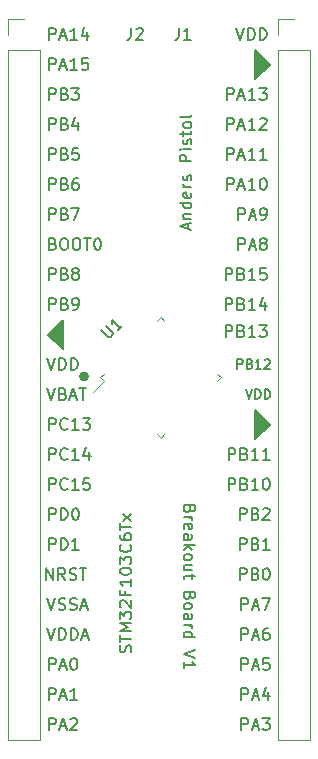
<source format=gbr>
%TF.GenerationSoftware,KiCad,Pcbnew,6.0.4-6f826c9f35~116~ubuntu21.10.1*%
%TF.CreationDate,2022-04-23T22:39:38+02:00*%
%TF.ProjectId,stm32f breakout,73746d33-3266-4206-9272-65616b6f7574,rev?*%
%TF.SameCoordinates,Original*%
%TF.FileFunction,Legend,Top*%
%TF.FilePolarity,Positive*%
%FSLAX46Y46*%
G04 Gerber Fmt 4.6, Leading zero omitted, Abs format (unit mm)*
G04 Created by KiCad (PCBNEW 6.0.4-6f826c9f35~116~ubuntu21.10.1) date 2022-04-23 22:39:38*
%MOMM*%
%LPD*%
G01*
G04 APERTURE LIST*
%ADD10C,0.150000*%
%ADD11C,0.434210*%
%ADD12C,0.120000*%
G04 APERTURE END LIST*
D10*
X139263428Y-109784380D02*
X139215809Y-109927238D01*
X139168190Y-109974857D01*
X139072952Y-110022476D01*
X138930095Y-110022476D01*
X138834857Y-109974857D01*
X138787238Y-109927238D01*
X138739619Y-109832000D01*
X138739619Y-109451047D01*
X139739619Y-109451047D01*
X139739619Y-109784380D01*
X139692000Y-109879619D01*
X139644380Y-109927238D01*
X139549142Y-109974857D01*
X139453904Y-109974857D01*
X139358666Y-109927238D01*
X139311047Y-109879619D01*
X139263428Y-109784380D01*
X139263428Y-109451047D01*
X138739619Y-110451047D02*
X139406285Y-110451047D01*
X139215809Y-110451047D02*
X139311047Y-110498666D01*
X139358666Y-110546285D01*
X139406285Y-110641523D01*
X139406285Y-110736761D01*
X138787238Y-111451047D02*
X138739619Y-111355809D01*
X138739619Y-111165333D01*
X138787238Y-111070095D01*
X138882476Y-111022476D01*
X139263428Y-111022476D01*
X139358666Y-111070095D01*
X139406285Y-111165333D01*
X139406285Y-111355809D01*
X139358666Y-111451047D01*
X139263428Y-111498666D01*
X139168190Y-111498666D01*
X139072952Y-111022476D01*
X138739619Y-112355809D02*
X139263428Y-112355809D01*
X139358666Y-112308190D01*
X139406285Y-112212952D01*
X139406285Y-112022476D01*
X139358666Y-111927238D01*
X138787238Y-112355809D02*
X138739619Y-112260571D01*
X138739619Y-112022476D01*
X138787238Y-111927238D01*
X138882476Y-111879619D01*
X138977714Y-111879619D01*
X139072952Y-111927238D01*
X139120571Y-112022476D01*
X139120571Y-112260571D01*
X139168190Y-112355809D01*
X138739619Y-112832000D02*
X139739619Y-112832000D01*
X139120571Y-112927238D02*
X138739619Y-113212952D01*
X139406285Y-113212952D02*
X139025333Y-112832000D01*
X138739619Y-113784380D02*
X138787238Y-113689142D01*
X138834857Y-113641523D01*
X138930095Y-113593904D01*
X139215809Y-113593904D01*
X139311047Y-113641523D01*
X139358666Y-113689142D01*
X139406285Y-113784380D01*
X139406285Y-113927238D01*
X139358666Y-114022476D01*
X139311047Y-114070095D01*
X139215809Y-114117714D01*
X138930095Y-114117714D01*
X138834857Y-114070095D01*
X138787238Y-114022476D01*
X138739619Y-113927238D01*
X138739619Y-113784380D01*
X139406285Y-114974857D02*
X138739619Y-114974857D01*
X139406285Y-114546285D02*
X138882476Y-114546285D01*
X138787238Y-114593904D01*
X138739619Y-114689142D01*
X138739619Y-114832000D01*
X138787238Y-114927238D01*
X138834857Y-114974857D01*
X139406285Y-115308190D02*
X139406285Y-115689142D01*
X139739619Y-115451047D02*
X138882476Y-115451047D01*
X138787238Y-115498666D01*
X138739619Y-115593904D01*
X138739619Y-115689142D01*
X139263428Y-117117714D02*
X139215809Y-117260571D01*
X139168190Y-117308190D01*
X139072952Y-117355809D01*
X138930095Y-117355809D01*
X138834857Y-117308190D01*
X138787238Y-117260571D01*
X138739619Y-117165333D01*
X138739619Y-116784380D01*
X139739619Y-116784380D01*
X139739619Y-117117714D01*
X139692000Y-117212952D01*
X139644380Y-117260571D01*
X139549142Y-117308190D01*
X139453904Y-117308190D01*
X139358666Y-117260571D01*
X139311047Y-117212952D01*
X139263428Y-117117714D01*
X139263428Y-116784380D01*
X138739619Y-117927238D02*
X138787238Y-117832000D01*
X138834857Y-117784380D01*
X138930095Y-117736761D01*
X139215809Y-117736761D01*
X139311047Y-117784380D01*
X139358666Y-117832000D01*
X139406285Y-117927238D01*
X139406285Y-118070095D01*
X139358666Y-118165333D01*
X139311047Y-118212952D01*
X139215809Y-118260571D01*
X138930095Y-118260571D01*
X138834857Y-118212952D01*
X138787238Y-118165333D01*
X138739619Y-118070095D01*
X138739619Y-117927238D01*
X138739619Y-119117714D02*
X139263428Y-119117714D01*
X139358666Y-119070095D01*
X139406285Y-118974857D01*
X139406285Y-118784380D01*
X139358666Y-118689142D01*
X138787238Y-119117714D02*
X138739619Y-119022476D01*
X138739619Y-118784380D01*
X138787238Y-118689142D01*
X138882476Y-118641523D01*
X138977714Y-118641523D01*
X139072952Y-118689142D01*
X139120571Y-118784380D01*
X139120571Y-119022476D01*
X139168190Y-119117714D01*
X138739619Y-119593904D02*
X139406285Y-119593904D01*
X139215809Y-119593904D02*
X139311047Y-119641523D01*
X139358666Y-119689142D01*
X139406285Y-119784380D01*
X139406285Y-119879619D01*
X138739619Y-120641523D02*
X139739619Y-120641523D01*
X138787238Y-120641523D02*
X138739619Y-120546285D01*
X138739619Y-120355809D01*
X138787238Y-120260571D01*
X138834857Y-120212952D01*
X138930095Y-120165333D01*
X139215809Y-120165333D01*
X139311047Y-120212952D01*
X139358666Y-120260571D01*
X139406285Y-120355809D01*
X139406285Y-120546285D01*
X139358666Y-120641523D01*
X139739619Y-121736761D02*
X138739619Y-122070095D01*
X139739619Y-122403428D01*
X138739619Y-123260571D02*
X138739619Y-122689142D01*
X138739619Y-122974857D02*
X139739619Y-122974857D01*
X139596761Y-122879619D01*
X139501523Y-122784380D01*
X139453904Y-122689142D01*
X134262761Y-121887523D02*
X134310380Y-121744666D01*
X134310380Y-121506571D01*
X134262761Y-121411333D01*
X134215142Y-121363714D01*
X134119904Y-121316095D01*
X134024666Y-121316095D01*
X133929428Y-121363714D01*
X133881809Y-121411333D01*
X133834190Y-121506571D01*
X133786571Y-121697047D01*
X133738952Y-121792285D01*
X133691333Y-121839904D01*
X133596095Y-121887523D01*
X133500857Y-121887523D01*
X133405619Y-121839904D01*
X133358000Y-121792285D01*
X133310380Y-121697047D01*
X133310380Y-121458952D01*
X133358000Y-121316095D01*
X133310380Y-121030380D02*
X133310380Y-120458952D01*
X134310380Y-120744666D02*
X133310380Y-120744666D01*
X134310380Y-120125619D02*
X133310380Y-120125619D01*
X134024666Y-119792285D01*
X133310380Y-119458952D01*
X134310380Y-119458952D01*
X133310380Y-119078000D02*
X133310380Y-118458952D01*
X133691333Y-118792285D01*
X133691333Y-118649428D01*
X133738952Y-118554190D01*
X133786571Y-118506571D01*
X133881809Y-118458952D01*
X134119904Y-118458952D01*
X134215142Y-118506571D01*
X134262761Y-118554190D01*
X134310380Y-118649428D01*
X134310380Y-118935142D01*
X134262761Y-119030380D01*
X134215142Y-119078000D01*
X133405619Y-118078000D02*
X133358000Y-118030380D01*
X133310380Y-117935142D01*
X133310380Y-117697047D01*
X133358000Y-117601809D01*
X133405619Y-117554190D01*
X133500857Y-117506571D01*
X133596095Y-117506571D01*
X133738952Y-117554190D01*
X134310380Y-118125619D01*
X134310380Y-117506571D01*
X133786571Y-116744666D02*
X133786571Y-117078000D01*
X134310380Y-117078000D02*
X133310380Y-117078000D01*
X133310380Y-116601809D01*
X134310380Y-115697047D02*
X134310380Y-116268476D01*
X134310380Y-115982761D02*
X133310380Y-115982761D01*
X133453238Y-116078000D01*
X133548476Y-116173238D01*
X133596095Y-116268476D01*
X133310380Y-115078000D02*
X133310380Y-114982761D01*
X133358000Y-114887523D01*
X133405619Y-114839904D01*
X133500857Y-114792285D01*
X133691333Y-114744666D01*
X133929428Y-114744666D01*
X134119904Y-114792285D01*
X134215142Y-114839904D01*
X134262761Y-114887523D01*
X134310380Y-114982761D01*
X134310380Y-115078000D01*
X134262761Y-115173238D01*
X134215142Y-115220857D01*
X134119904Y-115268476D01*
X133929428Y-115316095D01*
X133691333Y-115316095D01*
X133500857Y-115268476D01*
X133405619Y-115220857D01*
X133358000Y-115173238D01*
X133310380Y-115078000D01*
X133310380Y-114411333D02*
X133310380Y-113792285D01*
X133691333Y-114125619D01*
X133691333Y-113982761D01*
X133738952Y-113887523D01*
X133786571Y-113839904D01*
X133881809Y-113792285D01*
X134119904Y-113792285D01*
X134215142Y-113839904D01*
X134262761Y-113887523D01*
X134310380Y-113982761D01*
X134310380Y-114268476D01*
X134262761Y-114363714D01*
X134215142Y-114411333D01*
X134215142Y-112792285D02*
X134262761Y-112839904D01*
X134310380Y-112982761D01*
X134310380Y-113078000D01*
X134262761Y-113220857D01*
X134167523Y-113316095D01*
X134072285Y-113363714D01*
X133881809Y-113411333D01*
X133738952Y-113411333D01*
X133548476Y-113363714D01*
X133453238Y-113316095D01*
X133358000Y-113220857D01*
X133310380Y-113078000D01*
X133310380Y-112982761D01*
X133358000Y-112839904D01*
X133405619Y-112792285D01*
X133310380Y-111935142D02*
X133310380Y-112125619D01*
X133358000Y-112220857D01*
X133405619Y-112268476D01*
X133548476Y-112363714D01*
X133738952Y-112411333D01*
X134119904Y-112411333D01*
X134215142Y-112363714D01*
X134262761Y-112316095D01*
X134310380Y-112220857D01*
X134310380Y-112030380D01*
X134262761Y-111935142D01*
X134215142Y-111887523D01*
X134119904Y-111839904D01*
X133881809Y-111839904D01*
X133786571Y-111887523D01*
X133738952Y-111935142D01*
X133691333Y-112030380D01*
X133691333Y-112220857D01*
X133738952Y-112316095D01*
X133786571Y-112363714D01*
X133881809Y-112411333D01*
X133310380Y-111554190D02*
X133310380Y-110982761D01*
X134310380Y-111268476D02*
X133310380Y-111268476D01*
X134310380Y-110744666D02*
X133643714Y-110220857D01*
X133643714Y-110744666D02*
X134310380Y-110220857D01*
X139104666Y-86089523D02*
X139104666Y-85613333D01*
X139390380Y-86184761D02*
X138390380Y-85851428D01*
X139390380Y-85518095D01*
X138723714Y-85184761D02*
X139390380Y-85184761D01*
X138818952Y-85184761D02*
X138771333Y-85137142D01*
X138723714Y-85041904D01*
X138723714Y-84899047D01*
X138771333Y-84803809D01*
X138866571Y-84756190D01*
X139390380Y-84756190D01*
X139390380Y-83851428D02*
X138390380Y-83851428D01*
X139342761Y-83851428D02*
X139390380Y-83946666D01*
X139390380Y-84137142D01*
X139342761Y-84232380D01*
X139295142Y-84280000D01*
X139199904Y-84327619D01*
X138914190Y-84327619D01*
X138818952Y-84280000D01*
X138771333Y-84232380D01*
X138723714Y-84137142D01*
X138723714Y-83946666D01*
X138771333Y-83851428D01*
X139342761Y-82994285D02*
X139390380Y-83089523D01*
X139390380Y-83280000D01*
X139342761Y-83375238D01*
X139247523Y-83422857D01*
X138866571Y-83422857D01*
X138771333Y-83375238D01*
X138723714Y-83280000D01*
X138723714Y-83089523D01*
X138771333Y-82994285D01*
X138866571Y-82946666D01*
X138961809Y-82946666D01*
X139057047Y-83422857D01*
X139390380Y-82518095D02*
X138723714Y-82518095D01*
X138914190Y-82518095D02*
X138818952Y-82470476D01*
X138771333Y-82422857D01*
X138723714Y-82327619D01*
X138723714Y-82232380D01*
X139342761Y-81946666D02*
X139390380Y-81851428D01*
X139390380Y-81660952D01*
X139342761Y-81565714D01*
X139247523Y-81518095D01*
X139199904Y-81518095D01*
X139104666Y-81565714D01*
X139057047Y-81660952D01*
X139057047Y-81803809D01*
X139009428Y-81899047D01*
X138914190Y-81946666D01*
X138866571Y-81946666D01*
X138771333Y-81899047D01*
X138723714Y-81803809D01*
X138723714Y-81660952D01*
X138771333Y-81565714D01*
X139390380Y-80327619D02*
X138390380Y-80327619D01*
X138390380Y-79946666D01*
X138438000Y-79851428D01*
X138485619Y-79803809D01*
X138580857Y-79756190D01*
X138723714Y-79756190D01*
X138818952Y-79803809D01*
X138866571Y-79851428D01*
X138914190Y-79946666D01*
X138914190Y-80327619D01*
X139390380Y-79327619D02*
X138723714Y-79327619D01*
X138390380Y-79327619D02*
X138438000Y-79375238D01*
X138485619Y-79327619D01*
X138438000Y-79280000D01*
X138390380Y-79327619D01*
X138485619Y-79327619D01*
X139342761Y-78899047D02*
X139390380Y-78803809D01*
X139390380Y-78613333D01*
X139342761Y-78518095D01*
X139247523Y-78470476D01*
X139199904Y-78470476D01*
X139104666Y-78518095D01*
X139057047Y-78613333D01*
X139057047Y-78756190D01*
X139009428Y-78851428D01*
X138914190Y-78899047D01*
X138866571Y-78899047D01*
X138771333Y-78851428D01*
X138723714Y-78756190D01*
X138723714Y-78613333D01*
X138771333Y-78518095D01*
X138723714Y-78184761D02*
X138723714Y-77803809D01*
X138390380Y-78041904D02*
X139247523Y-78041904D01*
X139342761Y-77994285D01*
X139390380Y-77899047D01*
X139390380Y-77803809D01*
X139390380Y-77327619D02*
X139342761Y-77422857D01*
X139295142Y-77470476D01*
X139199904Y-77518095D01*
X138914190Y-77518095D01*
X138818952Y-77470476D01*
X138771333Y-77422857D01*
X138723714Y-77327619D01*
X138723714Y-77184761D01*
X138771333Y-77089523D01*
X138818952Y-77041904D01*
X138914190Y-76994285D01*
X139199904Y-76994285D01*
X139295142Y-77041904D01*
X139342761Y-77089523D01*
X139390380Y-77184761D01*
X139390380Y-77327619D01*
X139390380Y-76422857D02*
X139342761Y-76518095D01*
X139247523Y-76565714D01*
X138390380Y-76565714D01*
X127335595Y-70048380D02*
X127335595Y-69048380D01*
X127716547Y-69048380D01*
X127811785Y-69096000D01*
X127859404Y-69143619D01*
X127907023Y-69238857D01*
X127907023Y-69381714D01*
X127859404Y-69476952D01*
X127811785Y-69524571D01*
X127716547Y-69572190D01*
X127335595Y-69572190D01*
X128287976Y-69762666D02*
X128764166Y-69762666D01*
X128192738Y-70048380D02*
X128526071Y-69048380D01*
X128859404Y-70048380D01*
X129716547Y-70048380D02*
X129145119Y-70048380D01*
X129430833Y-70048380D02*
X129430833Y-69048380D01*
X129335595Y-69191238D01*
X129240357Y-69286476D01*
X129145119Y-69334095D01*
X130573690Y-69381714D02*
X130573690Y-70048380D01*
X130335595Y-69000761D02*
X130097500Y-69715047D01*
X130716547Y-69715047D01*
X127335595Y-72588380D02*
X127335595Y-71588380D01*
X127716547Y-71588380D01*
X127811785Y-71636000D01*
X127859404Y-71683619D01*
X127907023Y-71778857D01*
X127907023Y-71921714D01*
X127859404Y-72016952D01*
X127811785Y-72064571D01*
X127716547Y-72112190D01*
X127335595Y-72112190D01*
X128287976Y-72302666D02*
X128764166Y-72302666D01*
X128192738Y-72588380D02*
X128526071Y-71588380D01*
X128859404Y-72588380D01*
X129716547Y-72588380D02*
X129145119Y-72588380D01*
X129430833Y-72588380D02*
X129430833Y-71588380D01*
X129335595Y-71731238D01*
X129240357Y-71826476D01*
X129145119Y-71874095D01*
X130621309Y-71588380D02*
X130145119Y-71588380D01*
X130097500Y-72064571D01*
X130145119Y-72016952D01*
X130240357Y-71969333D01*
X130478452Y-71969333D01*
X130573690Y-72016952D01*
X130621309Y-72064571D01*
X130668928Y-72159809D01*
X130668928Y-72397904D01*
X130621309Y-72493142D01*
X130573690Y-72540761D01*
X130478452Y-72588380D01*
X130240357Y-72588380D01*
X130145119Y-72540761D01*
X130097500Y-72493142D01*
X127335595Y-75128380D02*
X127335595Y-74128380D01*
X127716547Y-74128380D01*
X127811785Y-74176000D01*
X127859404Y-74223619D01*
X127907023Y-74318857D01*
X127907023Y-74461714D01*
X127859404Y-74556952D01*
X127811785Y-74604571D01*
X127716547Y-74652190D01*
X127335595Y-74652190D01*
X128668928Y-74604571D02*
X128811785Y-74652190D01*
X128859404Y-74699809D01*
X128907023Y-74795047D01*
X128907023Y-74937904D01*
X128859404Y-75033142D01*
X128811785Y-75080761D01*
X128716547Y-75128380D01*
X128335595Y-75128380D01*
X128335595Y-74128380D01*
X128668928Y-74128380D01*
X128764166Y-74176000D01*
X128811785Y-74223619D01*
X128859404Y-74318857D01*
X128859404Y-74414095D01*
X128811785Y-74509333D01*
X128764166Y-74556952D01*
X128668928Y-74604571D01*
X128335595Y-74604571D01*
X129240357Y-74128380D02*
X129859404Y-74128380D01*
X129526071Y-74509333D01*
X129668928Y-74509333D01*
X129764166Y-74556952D01*
X129811785Y-74604571D01*
X129859404Y-74699809D01*
X129859404Y-74937904D01*
X129811785Y-75033142D01*
X129764166Y-75080761D01*
X129668928Y-75128380D01*
X129383214Y-75128380D01*
X129287976Y-75080761D01*
X129240357Y-75033142D01*
X127335595Y-77668380D02*
X127335595Y-76668380D01*
X127716547Y-76668380D01*
X127811785Y-76716000D01*
X127859404Y-76763619D01*
X127907023Y-76858857D01*
X127907023Y-77001714D01*
X127859404Y-77096952D01*
X127811785Y-77144571D01*
X127716547Y-77192190D01*
X127335595Y-77192190D01*
X128668928Y-77144571D02*
X128811785Y-77192190D01*
X128859404Y-77239809D01*
X128907023Y-77335047D01*
X128907023Y-77477904D01*
X128859404Y-77573142D01*
X128811785Y-77620761D01*
X128716547Y-77668380D01*
X128335595Y-77668380D01*
X128335595Y-76668380D01*
X128668928Y-76668380D01*
X128764166Y-76716000D01*
X128811785Y-76763619D01*
X128859404Y-76858857D01*
X128859404Y-76954095D01*
X128811785Y-77049333D01*
X128764166Y-77096952D01*
X128668928Y-77144571D01*
X128335595Y-77144571D01*
X129764166Y-77001714D02*
X129764166Y-77668380D01*
X129526071Y-76620761D02*
X129287976Y-77335047D01*
X129907023Y-77335047D01*
X127335595Y-80208380D02*
X127335595Y-79208380D01*
X127716547Y-79208380D01*
X127811785Y-79256000D01*
X127859404Y-79303619D01*
X127907023Y-79398857D01*
X127907023Y-79541714D01*
X127859404Y-79636952D01*
X127811785Y-79684571D01*
X127716547Y-79732190D01*
X127335595Y-79732190D01*
X128668928Y-79684571D02*
X128811785Y-79732190D01*
X128859404Y-79779809D01*
X128907023Y-79875047D01*
X128907023Y-80017904D01*
X128859404Y-80113142D01*
X128811785Y-80160761D01*
X128716547Y-80208380D01*
X128335595Y-80208380D01*
X128335595Y-79208380D01*
X128668928Y-79208380D01*
X128764166Y-79256000D01*
X128811785Y-79303619D01*
X128859404Y-79398857D01*
X128859404Y-79494095D01*
X128811785Y-79589333D01*
X128764166Y-79636952D01*
X128668928Y-79684571D01*
X128335595Y-79684571D01*
X129811785Y-79208380D02*
X129335595Y-79208380D01*
X129287976Y-79684571D01*
X129335595Y-79636952D01*
X129430833Y-79589333D01*
X129668928Y-79589333D01*
X129764166Y-79636952D01*
X129811785Y-79684571D01*
X129859404Y-79779809D01*
X129859404Y-80017904D01*
X129811785Y-80113142D01*
X129764166Y-80160761D01*
X129668928Y-80208380D01*
X129430833Y-80208380D01*
X129335595Y-80160761D01*
X129287976Y-80113142D01*
X127335595Y-82748380D02*
X127335595Y-81748380D01*
X127716547Y-81748380D01*
X127811785Y-81796000D01*
X127859404Y-81843619D01*
X127907023Y-81938857D01*
X127907023Y-82081714D01*
X127859404Y-82176952D01*
X127811785Y-82224571D01*
X127716547Y-82272190D01*
X127335595Y-82272190D01*
X128668928Y-82224571D02*
X128811785Y-82272190D01*
X128859404Y-82319809D01*
X128907023Y-82415047D01*
X128907023Y-82557904D01*
X128859404Y-82653142D01*
X128811785Y-82700761D01*
X128716547Y-82748380D01*
X128335595Y-82748380D01*
X128335595Y-81748380D01*
X128668928Y-81748380D01*
X128764166Y-81796000D01*
X128811785Y-81843619D01*
X128859404Y-81938857D01*
X128859404Y-82034095D01*
X128811785Y-82129333D01*
X128764166Y-82176952D01*
X128668928Y-82224571D01*
X128335595Y-82224571D01*
X129764166Y-81748380D02*
X129573690Y-81748380D01*
X129478452Y-81796000D01*
X129430833Y-81843619D01*
X129335595Y-81986476D01*
X129287976Y-82176952D01*
X129287976Y-82557904D01*
X129335595Y-82653142D01*
X129383214Y-82700761D01*
X129478452Y-82748380D01*
X129668928Y-82748380D01*
X129764166Y-82700761D01*
X129811785Y-82653142D01*
X129859404Y-82557904D01*
X129859404Y-82319809D01*
X129811785Y-82224571D01*
X129764166Y-82176952D01*
X129668928Y-82129333D01*
X129478452Y-82129333D01*
X129383214Y-82176952D01*
X129335595Y-82224571D01*
X129287976Y-82319809D01*
X127335595Y-85288380D02*
X127335595Y-84288380D01*
X127716547Y-84288380D01*
X127811785Y-84336000D01*
X127859404Y-84383619D01*
X127907023Y-84478857D01*
X127907023Y-84621714D01*
X127859404Y-84716952D01*
X127811785Y-84764571D01*
X127716547Y-84812190D01*
X127335595Y-84812190D01*
X128668928Y-84764571D02*
X128811785Y-84812190D01*
X128859404Y-84859809D01*
X128907023Y-84955047D01*
X128907023Y-85097904D01*
X128859404Y-85193142D01*
X128811785Y-85240761D01*
X128716547Y-85288380D01*
X128335595Y-85288380D01*
X128335595Y-84288380D01*
X128668928Y-84288380D01*
X128764166Y-84336000D01*
X128811785Y-84383619D01*
X128859404Y-84478857D01*
X128859404Y-84574095D01*
X128811785Y-84669333D01*
X128764166Y-84716952D01*
X128668928Y-84764571D01*
X128335595Y-84764571D01*
X129240357Y-84288380D02*
X129907023Y-84288380D01*
X129478452Y-85288380D01*
X127668928Y-87304571D02*
X127811785Y-87352190D01*
X127859404Y-87399809D01*
X127907023Y-87495047D01*
X127907023Y-87637904D01*
X127859404Y-87733142D01*
X127811785Y-87780761D01*
X127716547Y-87828380D01*
X127335595Y-87828380D01*
X127335595Y-86828380D01*
X127668928Y-86828380D01*
X127764166Y-86876000D01*
X127811785Y-86923619D01*
X127859404Y-87018857D01*
X127859404Y-87114095D01*
X127811785Y-87209333D01*
X127764166Y-87256952D01*
X127668928Y-87304571D01*
X127335595Y-87304571D01*
X128526071Y-86828380D02*
X128716547Y-86828380D01*
X128811785Y-86876000D01*
X128907023Y-86971238D01*
X128954642Y-87161714D01*
X128954642Y-87495047D01*
X128907023Y-87685523D01*
X128811785Y-87780761D01*
X128716547Y-87828380D01*
X128526071Y-87828380D01*
X128430833Y-87780761D01*
X128335595Y-87685523D01*
X128287976Y-87495047D01*
X128287976Y-87161714D01*
X128335595Y-86971238D01*
X128430833Y-86876000D01*
X128526071Y-86828380D01*
X129573690Y-86828380D02*
X129764166Y-86828380D01*
X129859404Y-86876000D01*
X129954642Y-86971238D01*
X130002261Y-87161714D01*
X130002261Y-87495047D01*
X129954642Y-87685523D01*
X129859404Y-87780761D01*
X129764166Y-87828380D01*
X129573690Y-87828380D01*
X129478452Y-87780761D01*
X129383214Y-87685523D01*
X129335595Y-87495047D01*
X129335595Y-87161714D01*
X129383214Y-86971238D01*
X129478452Y-86876000D01*
X129573690Y-86828380D01*
X130287976Y-86828380D02*
X130859404Y-86828380D01*
X130573690Y-87828380D02*
X130573690Y-86828380D01*
X131383214Y-86828380D02*
X131478452Y-86828380D01*
X131573690Y-86876000D01*
X131621309Y-86923619D01*
X131668928Y-87018857D01*
X131716547Y-87209333D01*
X131716547Y-87447428D01*
X131668928Y-87637904D01*
X131621309Y-87733142D01*
X131573690Y-87780761D01*
X131478452Y-87828380D01*
X131383214Y-87828380D01*
X131287976Y-87780761D01*
X131240357Y-87733142D01*
X131192738Y-87637904D01*
X131145119Y-87447428D01*
X131145119Y-87209333D01*
X131192738Y-87018857D01*
X131240357Y-86923619D01*
X131287976Y-86876000D01*
X131383214Y-86828380D01*
X127335595Y-90368380D02*
X127335595Y-89368380D01*
X127716547Y-89368380D01*
X127811785Y-89416000D01*
X127859404Y-89463619D01*
X127907023Y-89558857D01*
X127907023Y-89701714D01*
X127859404Y-89796952D01*
X127811785Y-89844571D01*
X127716547Y-89892190D01*
X127335595Y-89892190D01*
X128668928Y-89844571D02*
X128811785Y-89892190D01*
X128859404Y-89939809D01*
X128907023Y-90035047D01*
X128907023Y-90177904D01*
X128859404Y-90273142D01*
X128811785Y-90320761D01*
X128716547Y-90368380D01*
X128335595Y-90368380D01*
X128335595Y-89368380D01*
X128668928Y-89368380D01*
X128764166Y-89416000D01*
X128811785Y-89463619D01*
X128859404Y-89558857D01*
X128859404Y-89654095D01*
X128811785Y-89749333D01*
X128764166Y-89796952D01*
X128668928Y-89844571D01*
X128335595Y-89844571D01*
X129478452Y-89796952D02*
X129383214Y-89749333D01*
X129335595Y-89701714D01*
X129287976Y-89606476D01*
X129287976Y-89558857D01*
X129335595Y-89463619D01*
X129383214Y-89416000D01*
X129478452Y-89368380D01*
X129668928Y-89368380D01*
X129764166Y-89416000D01*
X129811785Y-89463619D01*
X129859404Y-89558857D01*
X129859404Y-89606476D01*
X129811785Y-89701714D01*
X129764166Y-89749333D01*
X129668928Y-89796952D01*
X129478452Y-89796952D01*
X129383214Y-89844571D01*
X129335595Y-89892190D01*
X129287976Y-89987428D01*
X129287976Y-90177904D01*
X129335595Y-90273142D01*
X129383214Y-90320761D01*
X129478452Y-90368380D01*
X129668928Y-90368380D01*
X129764166Y-90320761D01*
X129811785Y-90273142D01*
X129859404Y-90177904D01*
X129859404Y-89987428D01*
X129811785Y-89892190D01*
X129764166Y-89844571D01*
X129668928Y-89796952D01*
X127335595Y-92908380D02*
X127335595Y-91908380D01*
X127716547Y-91908380D01*
X127811785Y-91956000D01*
X127859404Y-92003619D01*
X127907023Y-92098857D01*
X127907023Y-92241714D01*
X127859404Y-92336952D01*
X127811785Y-92384571D01*
X127716547Y-92432190D01*
X127335595Y-92432190D01*
X128668928Y-92384571D02*
X128811785Y-92432190D01*
X128859404Y-92479809D01*
X128907023Y-92575047D01*
X128907023Y-92717904D01*
X128859404Y-92813142D01*
X128811785Y-92860761D01*
X128716547Y-92908380D01*
X128335595Y-92908380D01*
X128335595Y-91908380D01*
X128668928Y-91908380D01*
X128764166Y-91956000D01*
X128811785Y-92003619D01*
X128859404Y-92098857D01*
X128859404Y-92194095D01*
X128811785Y-92289333D01*
X128764166Y-92336952D01*
X128668928Y-92384571D01*
X128335595Y-92384571D01*
X129383214Y-92908380D02*
X129573690Y-92908380D01*
X129668928Y-92860761D01*
X129716547Y-92813142D01*
X129811785Y-92670285D01*
X129859404Y-92479809D01*
X129859404Y-92098857D01*
X129811785Y-92003619D01*
X129764166Y-91956000D01*
X129668928Y-91908380D01*
X129478452Y-91908380D01*
X129383214Y-91956000D01*
X129335595Y-92003619D01*
X129287976Y-92098857D01*
X129287976Y-92336952D01*
X129335595Y-92432190D01*
X129383214Y-92479809D01*
X129478452Y-92527428D01*
X129668928Y-92527428D01*
X129764166Y-92479809D01*
X129811785Y-92432190D01*
X129859404Y-92336952D01*
X127192738Y-96988380D02*
X127526071Y-97988380D01*
X127859404Y-96988380D01*
X128192738Y-97988380D02*
X128192738Y-96988380D01*
X128430833Y-96988380D01*
X128573690Y-97036000D01*
X128668928Y-97131238D01*
X128716547Y-97226476D01*
X128764166Y-97416952D01*
X128764166Y-97559809D01*
X128716547Y-97750285D01*
X128668928Y-97845523D01*
X128573690Y-97940761D01*
X128430833Y-97988380D01*
X128192738Y-97988380D01*
X129192738Y-97988380D02*
X129192738Y-96988380D01*
X129430833Y-96988380D01*
X129573690Y-97036000D01*
X129668928Y-97131238D01*
X129716547Y-97226476D01*
X129764166Y-97416952D01*
X129764166Y-97559809D01*
X129716547Y-97750285D01*
X129668928Y-97845523D01*
X129573690Y-97940761D01*
X129430833Y-97988380D01*
X129192738Y-97988380D01*
X127192738Y-99528380D02*
X127526071Y-100528380D01*
X127859404Y-99528380D01*
X128526071Y-100004571D02*
X128668928Y-100052190D01*
X128716547Y-100099809D01*
X128764166Y-100195047D01*
X128764166Y-100337904D01*
X128716547Y-100433142D01*
X128668928Y-100480761D01*
X128573690Y-100528380D01*
X128192738Y-100528380D01*
X128192738Y-99528380D01*
X128526071Y-99528380D01*
X128621309Y-99576000D01*
X128668928Y-99623619D01*
X128716547Y-99718857D01*
X128716547Y-99814095D01*
X128668928Y-99909333D01*
X128621309Y-99956952D01*
X128526071Y-100004571D01*
X128192738Y-100004571D01*
X129145119Y-100242666D02*
X129621309Y-100242666D01*
X129049880Y-100528380D02*
X129383214Y-99528380D01*
X129716547Y-100528380D01*
X129907023Y-99528380D02*
X130478452Y-99528380D01*
X130192738Y-100528380D02*
X130192738Y-99528380D01*
X127335595Y-103068380D02*
X127335595Y-102068380D01*
X127716547Y-102068380D01*
X127811785Y-102116000D01*
X127859404Y-102163619D01*
X127907023Y-102258857D01*
X127907023Y-102401714D01*
X127859404Y-102496952D01*
X127811785Y-102544571D01*
X127716547Y-102592190D01*
X127335595Y-102592190D01*
X128907023Y-102973142D02*
X128859404Y-103020761D01*
X128716547Y-103068380D01*
X128621309Y-103068380D01*
X128478452Y-103020761D01*
X128383214Y-102925523D01*
X128335595Y-102830285D01*
X128287976Y-102639809D01*
X128287976Y-102496952D01*
X128335595Y-102306476D01*
X128383214Y-102211238D01*
X128478452Y-102116000D01*
X128621309Y-102068380D01*
X128716547Y-102068380D01*
X128859404Y-102116000D01*
X128907023Y-102163619D01*
X129859404Y-103068380D02*
X129287976Y-103068380D01*
X129573690Y-103068380D02*
X129573690Y-102068380D01*
X129478452Y-102211238D01*
X129383214Y-102306476D01*
X129287976Y-102354095D01*
X130192738Y-102068380D02*
X130811785Y-102068380D01*
X130478452Y-102449333D01*
X130621309Y-102449333D01*
X130716547Y-102496952D01*
X130764166Y-102544571D01*
X130811785Y-102639809D01*
X130811785Y-102877904D01*
X130764166Y-102973142D01*
X130716547Y-103020761D01*
X130621309Y-103068380D01*
X130335595Y-103068380D01*
X130240357Y-103020761D01*
X130192738Y-102973142D01*
X127335595Y-105608380D02*
X127335595Y-104608380D01*
X127716547Y-104608380D01*
X127811785Y-104656000D01*
X127859404Y-104703619D01*
X127907023Y-104798857D01*
X127907023Y-104941714D01*
X127859404Y-105036952D01*
X127811785Y-105084571D01*
X127716547Y-105132190D01*
X127335595Y-105132190D01*
X128907023Y-105513142D02*
X128859404Y-105560761D01*
X128716547Y-105608380D01*
X128621309Y-105608380D01*
X128478452Y-105560761D01*
X128383214Y-105465523D01*
X128335595Y-105370285D01*
X128287976Y-105179809D01*
X128287976Y-105036952D01*
X128335595Y-104846476D01*
X128383214Y-104751238D01*
X128478452Y-104656000D01*
X128621309Y-104608380D01*
X128716547Y-104608380D01*
X128859404Y-104656000D01*
X128907023Y-104703619D01*
X129859404Y-105608380D02*
X129287976Y-105608380D01*
X129573690Y-105608380D02*
X129573690Y-104608380D01*
X129478452Y-104751238D01*
X129383214Y-104846476D01*
X129287976Y-104894095D01*
X130716547Y-104941714D02*
X130716547Y-105608380D01*
X130478452Y-104560761D02*
X130240357Y-105275047D01*
X130859404Y-105275047D01*
X127335595Y-108148380D02*
X127335595Y-107148380D01*
X127716547Y-107148380D01*
X127811785Y-107196000D01*
X127859404Y-107243619D01*
X127907023Y-107338857D01*
X127907023Y-107481714D01*
X127859404Y-107576952D01*
X127811785Y-107624571D01*
X127716547Y-107672190D01*
X127335595Y-107672190D01*
X128907023Y-108053142D02*
X128859404Y-108100761D01*
X128716547Y-108148380D01*
X128621309Y-108148380D01*
X128478452Y-108100761D01*
X128383214Y-108005523D01*
X128335595Y-107910285D01*
X128287976Y-107719809D01*
X128287976Y-107576952D01*
X128335595Y-107386476D01*
X128383214Y-107291238D01*
X128478452Y-107196000D01*
X128621309Y-107148380D01*
X128716547Y-107148380D01*
X128859404Y-107196000D01*
X128907023Y-107243619D01*
X129859404Y-108148380D02*
X129287976Y-108148380D01*
X129573690Y-108148380D02*
X129573690Y-107148380D01*
X129478452Y-107291238D01*
X129383214Y-107386476D01*
X129287976Y-107434095D01*
X130764166Y-107148380D02*
X130287976Y-107148380D01*
X130240357Y-107624571D01*
X130287976Y-107576952D01*
X130383214Y-107529333D01*
X130621309Y-107529333D01*
X130716547Y-107576952D01*
X130764166Y-107624571D01*
X130811785Y-107719809D01*
X130811785Y-107957904D01*
X130764166Y-108053142D01*
X130716547Y-108100761D01*
X130621309Y-108148380D01*
X130383214Y-108148380D01*
X130287976Y-108100761D01*
X130240357Y-108053142D01*
X127335595Y-110688380D02*
X127335595Y-109688380D01*
X127716547Y-109688380D01*
X127811785Y-109736000D01*
X127859404Y-109783619D01*
X127907023Y-109878857D01*
X127907023Y-110021714D01*
X127859404Y-110116952D01*
X127811785Y-110164571D01*
X127716547Y-110212190D01*
X127335595Y-110212190D01*
X128335595Y-110688380D02*
X128335595Y-109688380D01*
X128573690Y-109688380D01*
X128716547Y-109736000D01*
X128811785Y-109831238D01*
X128859404Y-109926476D01*
X128907023Y-110116952D01*
X128907023Y-110259809D01*
X128859404Y-110450285D01*
X128811785Y-110545523D01*
X128716547Y-110640761D01*
X128573690Y-110688380D01*
X128335595Y-110688380D01*
X129526071Y-109688380D02*
X129621309Y-109688380D01*
X129716547Y-109736000D01*
X129764166Y-109783619D01*
X129811785Y-109878857D01*
X129859404Y-110069333D01*
X129859404Y-110307428D01*
X129811785Y-110497904D01*
X129764166Y-110593142D01*
X129716547Y-110640761D01*
X129621309Y-110688380D01*
X129526071Y-110688380D01*
X129430833Y-110640761D01*
X129383214Y-110593142D01*
X129335595Y-110497904D01*
X129287976Y-110307428D01*
X129287976Y-110069333D01*
X129335595Y-109878857D01*
X129383214Y-109783619D01*
X129430833Y-109736000D01*
X129526071Y-109688380D01*
X127335595Y-113228380D02*
X127335595Y-112228380D01*
X127716547Y-112228380D01*
X127811785Y-112276000D01*
X127859404Y-112323619D01*
X127907023Y-112418857D01*
X127907023Y-112561714D01*
X127859404Y-112656952D01*
X127811785Y-112704571D01*
X127716547Y-112752190D01*
X127335595Y-112752190D01*
X128335595Y-113228380D02*
X128335595Y-112228380D01*
X128573690Y-112228380D01*
X128716547Y-112276000D01*
X128811785Y-112371238D01*
X128859404Y-112466476D01*
X128907023Y-112656952D01*
X128907023Y-112799809D01*
X128859404Y-112990285D01*
X128811785Y-113085523D01*
X128716547Y-113180761D01*
X128573690Y-113228380D01*
X128335595Y-113228380D01*
X129859404Y-113228380D02*
X129287976Y-113228380D01*
X129573690Y-113228380D02*
X129573690Y-112228380D01*
X129478452Y-112371238D01*
X129383214Y-112466476D01*
X129287976Y-112514095D01*
X127192738Y-117308380D02*
X127526071Y-118308380D01*
X127859404Y-117308380D01*
X128145119Y-118260761D02*
X128287976Y-118308380D01*
X128526071Y-118308380D01*
X128621309Y-118260761D01*
X128668928Y-118213142D01*
X128716547Y-118117904D01*
X128716547Y-118022666D01*
X128668928Y-117927428D01*
X128621309Y-117879809D01*
X128526071Y-117832190D01*
X128335595Y-117784571D01*
X128240357Y-117736952D01*
X128192738Y-117689333D01*
X128145119Y-117594095D01*
X128145119Y-117498857D01*
X128192738Y-117403619D01*
X128240357Y-117356000D01*
X128335595Y-117308380D01*
X128573690Y-117308380D01*
X128716547Y-117356000D01*
X129097500Y-118260761D02*
X129240357Y-118308380D01*
X129478452Y-118308380D01*
X129573690Y-118260761D01*
X129621309Y-118213142D01*
X129668928Y-118117904D01*
X129668928Y-118022666D01*
X129621309Y-117927428D01*
X129573690Y-117879809D01*
X129478452Y-117832190D01*
X129287976Y-117784571D01*
X129192738Y-117736952D01*
X129145119Y-117689333D01*
X129097500Y-117594095D01*
X129097500Y-117498857D01*
X129145119Y-117403619D01*
X129192738Y-117356000D01*
X129287976Y-117308380D01*
X129526071Y-117308380D01*
X129668928Y-117356000D01*
X130049880Y-118022666D02*
X130526071Y-118022666D01*
X129954642Y-118308380D02*
X130287976Y-117308380D01*
X130621309Y-118308380D01*
X127192738Y-119848380D02*
X127526071Y-120848380D01*
X127859404Y-119848380D01*
X128192738Y-120848380D02*
X128192738Y-119848380D01*
X128430833Y-119848380D01*
X128573690Y-119896000D01*
X128668928Y-119991238D01*
X128716547Y-120086476D01*
X128764166Y-120276952D01*
X128764166Y-120419809D01*
X128716547Y-120610285D01*
X128668928Y-120705523D01*
X128573690Y-120800761D01*
X128430833Y-120848380D01*
X128192738Y-120848380D01*
X129192738Y-120848380D02*
X129192738Y-119848380D01*
X129430833Y-119848380D01*
X129573690Y-119896000D01*
X129668928Y-119991238D01*
X129716547Y-120086476D01*
X129764166Y-120276952D01*
X129764166Y-120419809D01*
X129716547Y-120610285D01*
X129668928Y-120705523D01*
X129573690Y-120800761D01*
X129430833Y-120848380D01*
X129192738Y-120848380D01*
X130145119Y-120562666D02*
X130621309Y-120562666D01*
X130049880Y-120848380D02*
X130383214Y-119848380D01*
X130716547Y-120848380D01*
X127335595Y-123388380D02*
X127335595Y-122388380D01*
X127716547Y-122388380D01*
X127811785Y-122436000D01*
X127859404Y-122483619D01*
X127907023Y-122578857D01*
X127907023Y-122721714D01*
X127859404Y-122816952D01*
X127811785Y-122864571D01*
X127716547Y-122912190D01*
X127335595Y-122912190D01*
X128287976Y-123102666D02*
X128764166Y-123102666D01*
X128192738Y-123388380D02*
X128526071Y-122388380D01*
X128859404Y-123388380D01*
X129383214Y-122388380D02*
X129478452Y-122388380D01*
X129573690Y-122436000D01*
X129621309Y-122483619D01*
X129668928Y-122578857D01*
X129716547Y-122769333D01*
X129716547Y-123007428D01*
X129668928Y-123197904D01*
X129621309Y-123293142D01*
X129573690Y-123340761D01*
X129478452Y-123388380D01*
X129383214Y-123388380D01*
X129287976Y-123340761D01*
X129240357Y-123293142D01*
X129192738Y-123197904D01*
X129145119Y-123007428D01*
X129145119Y-122769333D01*
X129192738Y-122578857D01*
X129240357Y-122483619D01*
X129287976Y-122436000D01*
X129383214Y-122388380D01*
X127335595Y-125928380D02*
X127335595Y-124928380D01*
X127716547Y-124928380D01*
X127811785Y-124976000D01*
X127859404Y-125023619D01*
X127907023Y-125118857D01*
X127907023Y-125261714D01*
X127859404Y-125356952D01*
X127811785Y-125404571D01*
X127716547Y-125452190D01*
X127335595Y-125452190D01*
X128287976Y-125642666D02*
X128764166Y-125642666D01*
X128192738Y-125928380D02*
X128526071Y-124928380D01*
X128859404Y-125928380D01*
X129716547Y-125928380D02*
X129145119Y-125928380D01*
X129430833Y-125928380D02*
X129430833Y-124928380D01*
X129335595Y-125071238D01*
X129240357Y-125166476D01*
X129145119Y-125214095D01*
X127335595Y-128468380D02*
X127335595Y-127468380D01*
X127716547Y-127468380D01*
X127811785Y-127516000D01*
X127859404Y-127563619D01*
X127907023Y-127658857D01*
X127907023Y-127801714D01*
X127859404Y-127896952D01*
X127811785Y-127944571D01*
X127716547Y-127992190D01*
X127335595Y-127992190D01*
X128287976Y-128182666D02*
X128764166Y-128182666D01*
X128192738Y-128468380D02*
X128526071Y-127468380D01*
X128859404Y-128468380D01*
X129145119Y-127563619D02*
X129192738Y-127516000D01*
X129287976Y-127468380D01*
X129526071Y-127468380D01*
X129621309Y-127516000D01*
X129668928Y-127563619D01*
X129716547Y-127658857D01*
X129716547Y-127754095D01*
X129668928Y-127896952D01*
X129097500Y-128468380D01*
X129716547Y-128468380D01*
X143635071Y-128468380D02*
X143635071Y-127468380D01*
X144016023Y-127468380D01*
X144111261Y-127516000D01*
X144158880Y-127563619D01*
X144206500Y-127658857D01*
X144206500Y-127801714D01*
X144158880Y-127896952D01*
X144111261Y-127944571D01*
X144016023Y-127992190D01*
X143635071Y-127992190D01*
X144587452Y-128182666D02*
X145063642Y-128182666D01*
X144492214Y-128468380D02*
X144825547Y-127468380D01*
X145158880Y-128468380D01*
X145396976Y-127468380D02*
X146016023Y-127468380D01*
X145682690Y-127849333D01*
X145825547Y-127849333D01*
X145920785Y-127896952D01*
X145968404Y-127944571D01*
X146016023Y-128039809D01*
X146016023Y-128277904D01*
X145968404Y-128373142D01*
X145920785Y-128420761D01*
X145825547Y-128468380D01*
X145539833Y-128468380D01*
X145444595Y-128420761D01*
X145396976Y-128373142D01*
X143635071Y-125928380D02*
X143635071Y-124928380D01*
X144016023Y-124928380D01*
X144111261Y-124976000D01*
X144158880Y-125023619D01*
X144206500Y-125118857D01*
X144206500Y-125261714D01*
X144158880Y-125356952D01*
X144111261Y-125404571D01*
X144016023Y-125452190D01*
X143635071Y-125452190D01*
X144587452Y-125642666D02*
X145063642Y-125642666D01*
X144492214Y-125928380D02*
X144825547Y-124928380D01*
X145158880Y-125928380D01*
X145920785Y-125261714D02*
X145920785Y-125928380D01*
X145682690Y-124880761D02*
X145444595Y-125595047D01*
X146063642Y-125595047D01*
X143635071Y-123388380D02*
X143635071Y-122388380D01*
X144016023Y-122388380D01*
X144111261Y-122436000D01*
X144158880Y-122483619D01*
X144206500Y-122578857D01*
X144206500Y-122721714D01*
X144158880Y-122816952D01*
X144111261Y-122864571D01*
X144016023Y-122912190D01*
X143635071Y-122912190D01*
X144587452Y-123102666D02*
X145063642Y-123102666D01*
X144492214Y-123388380D02*
X144825547Y-122388380D01*
X145158880Y-123388380D01*
X145968404Y-122388380D02*
X145492214Y-122388380D01*
X145444595Y-122864571D01*
X145492214Y-122816952D01*
X145587452Y-122769333D01*
X145825547Y-122769333D01*
X145920785Y-122816952D01*
X145968404Y-122864571D01*
X146016023Y-122959809D01*
X146016023Y-123197904D01*
X145968404Y-123293142D01*
X145920785Y-123340761D01*
X145825547Y-123388380D01*
X145587452Y-123388380D01*
X145492214Y-123340761D01*
X145444595Y-123293142D01*
X143635071Y-120848380D02*
X143635071Y-119848380D01*
X144016023Y-119848380D01*
X144111261Y-119896000D01*
X144158880Y-119943619D01*
X144206500Y-120038857D01*
X144206500Y-120181714D01*
X144158880Y-120276952D01*
X144111261Y-120324571D01*
X144016023Y-120372190D01*
X143635071Y-120372190D01*
X144587452Y-120562666D02*
X145063642Y-120562666D01*
X144492214Y-120848380D02*
X144825547Y-119848380D01*
X145158880Y-120848380D01*
X145920785Y-119848380D02*
X145730309Y-119848380D01*
X145635071Y-119896000D01*
X145587452Y-119943619D01*
X145492214Y-120086476D01*
X145444595Y-120276952D01*
X145444595Y-120657904D01*
X145492214Y-120753142D01*
X145539833Y-120800761D01*
X145635071Y-120848380D01*
X145825547Y-120848380D01*
X145920785Y-120800761D01*
X145968404Y-120753142D01*
X146016023Y-120657904D01*
X146016023Y-120419809D01*
X145968404Y-120324571D01*
X145920785Y-120276952D01*
X145825547Y-120229333D01*
X145635071Y-120229333D01*
X145539833Y-120276952D01*
X145492214Y-120324571D01*
X145444595Y-120419809D01*
X143635071Y-118308380D02*
X143635071Y-117308380D01*
X144016023Y-117308380D01*
X144111261Y-117356000D01*
X144158880Y-117403619D01*
X144206500Y-117498857D01*
X144206500Y-117641714D01*
X144158880Y-117736952D01*
X144111261Y-117784571D01*
X144016023Y-117832190D01*
X143635071Y-117832190D01*
X144587452Y-118022666D02*
X145063642Y-118022666D01*
X144492214Y-118308380D02*
X144825547Y-117308380D01*
X145158880Y-118308380D01*
X145396976Y-117308380D02*
X146063642Y-117308380D01*
X145635071Y-118308380D01*
X143492214Y-115768380D02*
X143492214Y-114768380D01*
X143873166Y-114768380D01*
X143968404Y-114816000D01*
X144016023Y-114863619D01*
X144063642Y-114958857D01*
X144063642Y-115101714D01*
X144016023Y-115196952D01*
X143968404Y-115244571D01*
X143873166Y-115292190D01*
X143492214Y-115292190D01*
X144825547Y-115244571D02*
X144968404Y-115292190D01*
X145016023Y-115339809D01*
X145063642Y-115435047D01*
X145063642Y-115577904D01*
X145016023Y-115673142D01*
X144968404Y-115720761D01*
X144873166Y-115768380D01*
X144492214Y-115768380D01*
X144492214Y-114768380D01*
X144825547Y-114768380D01*
X144920785Y-114816000D01*
X144968404Y-114863619D01*
X145016023Y-114958857D01*
X145016023Y-115054095D01*
X144968404Y-115149333D01*
X144920785Y-115196952D01*
X144825547Y-115244571D01*
X144492214Y-115244571D01*
X145682690Y-114768380D02*
X145777928Y-114768380D01*
X145873166Y-114816000D01*
X145920785Y-114863619D01*
X145968404Y-114958857D01*
X146016023Y-115149333D01*
X146016023Y-115387428D01*
X145968404Y-115577904D01*
X145920785Y-115673142D01*
X145873166Y-115720761D01*
X145777928Y-115768380D01*
X145682690Y-115768380D01*
X145587452Y-115720761D01*
X145539833Y-115673142D01*
X145492214Y-115577904D01*
X145444595Y-115387428D01*
X145444595Y-115149333D01*
X145492214Y-114958857D01*
X145539833Y-114863619D01*
X145587452Y-114816000D01*
X145682690Y-114768380D01*
X143492214Y-113228380D02*
X143492214Y-112228380D01*
X143873166Y-112228380D01*
X143968404Y-112276000D01*
X144016023Y-112323619D01*
X144063642Y-112418857D01*
X144063642Y-112561714D01*
X144016023Y-112656952D01*
X143968404Y-112704571D01*
X143873166Y-112752190D01*
X143492214Y-112752190D01*
X144825547Y-112704571D02*
X144968404Y-112752190D01*
X145016023Y-112799809D01*
X145063642Y-112895047D01*
X145063642Y-113037904D01*
X145016023Y-113133142D01*
X144968404Y-113180761D01*
X144873166Y-113228380D01*
X144492214Y-113228380D01*
X144492214Y-112228380D01*
X144825547Y-112228380D01*
X144920785Y-112276000D01*
X144968404Y-112323619D01*
X145016023Y-112418857D01*
X145016023Y-112514095D01*
X144968404Y-112609333D01*
X144920785Y-112656952D01*
X144825547Y-112704571D01*
X144492214Y-112704571D01*
X146016023Y-113228380D02*
X145444595Y-113228380D01*
X145730309Y-113228380D02*
X145730309Y-112228380D01*
X145635071Y-112371238D01*
X145539833Y-112466476D01*
X145444595Y-112514095D01*
X143492214Y-110688380D02*
X143492214Y-109688380D01*
X143873166Y-109688380D01*
X143968404Y-109736000D01*
X144016023Y-109783619D01*
X144063642Y-109878857D01*
X144063642Y-110021714D01*
X144016023Y-110116952D01*
X143968404Y-110164571D01*
X143873166Y-110212190D01*
X143492214Y-110212190D01*
X144825547Y-110164571D02*
X144968404Y-110212190D01*
X145016023Y-110259809D01*
X145063642Y-110355047D01*
X145063642Y-110497904D01*
X145016023Y-110593142D01*
X144968404Y-110640761D01*
X144873166Y-110688380D01*
X144492214Y-110688380D01*
X144492214Y-109688380D01*
X144825547Y-109688380D01*
X144920785Y-109736000D01*
X144968404Y-109783619D01*
X145016023Y-109878857D01*
X145016023Y-109974095D01*
X144968404Y-110069333D01*
X144920785Y-110116952D01*
X144825547Y-110164571D01*
X144492214Y-110164571D01*
X145444595Y-109783619D02*
X145492214Y-109736000D01*
X145587452Y-109688380D01*
X145825547Y-109688380D01*
X145920785Y-109736000D01*
X145968404Y-109783619D01*
X146016023Y-109878857D01*
X146016023Y-109974095D01*
X145968404Y-110116952D01*
X145396976Y-110688380D01*
X146016023Y-110688380D01*
X142539833Y-108148380D02*
X142539833Y-107148380D01*
X142920785Y-107148380D01*
X143016023Y-107196000D01*
X143063642Y-107243619D01*
X143111261Y-107338857D01*
X143111261Y-107481714D01*
X143063642Y-107576952D01*
X143016023Y-107624571D01*
X142920785Y-107672190D01*
X142539833Y-107672190D01*
X143873166Y-107624571D02*
X144016023Y-107672190D01*
X144063642Y-107719809D01*
X144111261Y-107815047D01*
X144111261Y-107957904D01*
X144063642Y-108053142D01*
X144016023Y-108100761D01*
X143920785Y-108148380D01*
X143539833Y-108148380D01*
X143539833Y-107148380D01*
X143873166Y-107148380D01*
X143968404Y-107196000D01*
X144016023Y-107243619D01*
X144063642Y-107338857D01*
X144063642Y-107434095D01*
X144016023Y-107529333D01*
X143968404Y-107576952D01*
X143873166Y-107624571D01*
X143539833Y-107624571D01*
X145063642Y-108148380D02*
X144492214Y-108148380D01*
X144777928Y-108148380D02*
X144777928Y-107148380D01*
X144682690Y-107291238D01*
X144587452Y-107386476D01*
X144492214Y-107434095D01*
X145682690Y-107148380D02*
X145777928Y-107148380D01*
X145873166Y-107196000D01*
X145920785Y-107243619D01*
X145968404Y-107338857D01*
X146016023Y-107529333D01*
X146016023Y-107767428D01*
X145968404Y-107957904D01*
X145920785Y-108053142D01*
X145873166Y-108100761D01*
X145777928Y-108148380D01*
X145682690Y-108148380D01*
X145587452Y-108100761D01*
X145539833Y-108053142D01*
X145492214Y-107957904D01*
X145444595Y-107767428D01*
X145444595Y-107529333D01*
X145492214Y-107338857D01*
X145539833Y-107243619D01*
X145587452Y-107196000D01*
X145682690Y-107148380D01*
X142539833Y-105608380D02*
X142539833Y-104608380D01*
X142920785Y-104608380D01*
X143016023Y-104656000D01*
X143063642Y-104703619D01*
X143111261Y-104798857D01*
X143111261Y-104941714D01*
X143063642Y-105036952D01*
X143016023Y-105084571D01*
X142920785Y-105132190D01*
X142539833Y-105132190D01*
X143873166Y-105084571D02*
X144016023Y-105132190D01*
X144063642Y-105179809D01*
X144111261Y-105275047D01*
X144111261Y-105417904D01*
X144063642Y-105513142D01*
X144016023Y-105560761D01*
X143920785Y-105608380D01*
X143539833Y-105608380D01*
X143539833Y-104608380D01*
X143873166Y-104608380D01*
X143968404Y-104656000D01*
X144016023Y-104703619D01*
X144063642Y-104798857D01*
X144063642Y-104894095D01*
X144016023Y-104989333D01*
X143968404Y-105036952D01*
X143873166Y-105084571D01*
X143539833Y-105084571D01*
X145063642Y-105608380D02*
X144492214Y-105608380D01*
X144777928Y-105608380D02*
X144777928Y-104608380D01*
X144682690Y-104751238D01*
X144587452Y-104846476D01*
X144492214Y-104894095D01*
X146016023Y-105608380D02*
X145444595Y-105608380D01*
X145730309Y-105608380D02*
X145730309Y-104608380D01*
X145635071Y-104751238D01*
X145539833Y-104846476D01*
X145444595Y-104894095D01*
X143996976Y-99637904D02*
X144263642Y-100437904D01*
X144530309Y-99637904D01*
X144796976Y-100437904D02*
X144796976Y-99637904D01*
X144987452Y-99637904D01*
X145101738Y-99676000D01*
X145177928Y-99752190D01*
X145216023Y-99828380D01*
X145254119Y-99980761D01*
X145254119Y-100095047D01*
X145216023Y-100247428D01*
X145177928Y-100323619D01*
X145101738Y-100399809D01*
X144987452Y-100437904D01*
X144796976Y-100437904D01*
X145596976Y-100437904D02*
X145596976Y-99637904D01*
X145787452Y-99637904D01*
X145901738Y-99676000D01*
X145977928Y-99752190D01*
X146016023Y-99828380D01*
X146054119Y-99980761D01*
X146054119Y-100095047D01*
X146016023Y-100247428D01*
X145977928Y-100323619D01*
X145901738Y-100399809D01*
X145787452Y-100437904D01*
X145596976Y-100437904D01*
X143273166Y-97897904D02*
X143273166Y-97097904D01*
X143577928Y-97097904D01*
X143654119Y-97136000D01*
X143692214Y-97174095D01*
X143730309Y-97250285D01*
X143730309Y-97364571D01*
X143692214Y-97440761D01*
X143654119Y-97478857D01*
X143577928Y-97516952D01*
X143273166Y-97516952D01*
X144339833Y-97478857D02*
X144454119Y-97516952D01*
X144492214Y-97555047D01*
X144530309Y-97631238D01*
X144530309Y-97745523D01*
X144492214Y-97821714D01*
X144454119Y-97859809D01*
X144377928Y-97897904D01*
X144073166Y-97897904D01*
X144073166Y-97097904D01*
X144339833Y-97097904D01*
X144416023Y-97136000D01*
X144454119Y-97174095D01*
X144492214Y-97250285D01*
X144492214Y-97326476D01*
X144454119Y-97402666D01*
X144416023Y-97440761D01*
X144339833Y-97478857D01*
X144073166Y-97478857D01*
X145292214Y-97897904D02*
X144835071Y-97897904D01*
X145063642Y-97897904D02*
X145063642Y-97097904D01*
X144987452Y-97212190D01*
X144911261Y-97288380D01*
X144835071Y-97326476D01*
X145596976Y-97174095D02*
X145635071Y-97136000D01*
X145711261Y-97097904D01*
X145901738Y-97097904D01*
X145977928Y-97136000D01*
X146016023Y-97174095D01*
X146054119Y-97250285D01*
X146054119Y-97326476D01*
X146016023Y-97440761D01*
X145558880Y-97897904D01*
X146054119Y-97897904D01*
X142285833Y-95194380D02*
X142285833Y-94194380D01*
X142666785Y-94194380D01*
X142762023Y-94242000D01*
X142809642Y-94289619D01*
X142857261Y-94384857D01*
X142857261Y-94527714D01*
X142809642Y-94622952D01*
X142762023Y-94670571D01*
X142666785Y-94718190D01*
X142285833Y-94718190D01*
X143619166Y-94670571D02*
X143762023Y-94718190D01*
X143809642Y-94765809D01*
X143857261Y-94861047D01*
X143857261Y-95003904D01*
X143809642Y-95099142D01*
X143762023Y-95146761D01*
X143666785Y-95194380D01*
X143285833Y-95194380D01*
X143285833Y-94194380D01*
X143619166Y-94194380D01*
X143714404Y-94242000D01*
X143762023Y-94289619D01*
X143809642Y-94384857D01*
X143809642Y-94480095D01*
X143762023Y-94575333D01*
X143714404Y-94622952D01*
X143619166Y-94670571D01*
X143285833Y-94670571D01*
X144809642Y-95194380D02*
X144238214Y-95194380D01*
X144523928Y-95194380D02*
X144523928Y-94194380D01*
X144428690Y-94337238D01*
X144333452Y-94432476D01*
X144238214Y-94480095D01*
X145142976Y-94194380D02*
X145762023Y-94194380D01*
X145428690Y-94575333D01*
X145571547Y-94575333D01*
X145666785Y-94622952D01*
X145714404Y-94670571D01*
X145762023Y-94765809D01*
X145762023Y-95003904D01*
X145714404Y-95099142D01*
X145666785Y-95146761D01*
X145571547Y-95194380D01*
X145285833Y-95194380D01*
X145190595Y-95146761D01*
X145142976Y-95099142D01*
X142285833Y-92908380D02*
X142285833Y-91908380D01*
X142666785Y-91908380D01*
X142762023Y-91956000D01*
X142809642Y-92003619D01*
X142857261Y-92098857D01*
X142857261Y-92241714D01*
X142809642Y-92336952D01*
X142762023Y-92384571D01*
X142666785Y-92432190D01*
X142285833Y-92432190D01*
X143619166Y-92384571D02*
X143762023Y-92432190D01*
X143809642Y-92479809D01*
X143857261Y-92575047D01*
X143857261Y-92717904D01*
X143809642Y-92813142D01*
X143762023Y-92860761D01*
X143666785Y-92908380D01*
X143285833Y-92908380D01*
X143285833Y-91908380D01*
X143619166Y-91908380D01*
X143714404Y-91956000D01*
X143762023Y-92003619D01*
X143809642Y-92098857D01*
X143809642Y-92194095D01*
X143762023Y-92289333D01*
X143714404Y-92336952D01*
X143619166Y-92384571D01*
X143285833Y-92384571D01*
X144809642Y-92908380D02*
X144238214Y-92908380D01*
X144523928Y-92908380D02*
X144523928Y-91908380D01*
X144428690Y-92051238D01*
X144333452Y-92146476D01*
X144238214Y-92194095D01*
X145666785Y-92241714D02*
X145666785Y-92908380D01*
X145428690Y-91860761D02*
X145190595Y-92575047D01*
X145809642Y-92575047D01*
X142285833Y-90368380D02*
X142285833Y-89368380D01*
X142666785Y-89368380D01*
X142762023Y-89416000D01*
X142809642Y-89463619D01*
X142857261Y-89558857D01*
X142857261Y-89701714D01*
X142809642Y-89796952D01*
X142762023Y-89844571D01*
X142666785Y-89892190D01*
X142285833Y-89892190D01*
X143619166Y-89844571D02*
X143762023Y-89892190D01*
X143809642Y-89939809D01*
X143857261Y-90035047D01*
X143857261Y-90177904D01*
X143809642Y-90273142D01*
X143762023Y-90320761D01*
X143666785Y-90368380D01*
X143285833Y-90368380D01*
X143285833Y-89368380D01*
X143619166Y-89368380D01*
X143714404Y-89416000D01*
X143762023Y-89463619D01*
X143809642Y-89558857D01*
X143809642Y-89654095D01*
X143762023Y-89749333D01*
X143714404Y-89796952D01*
X143619166Y-89844571D01*
X143285833Y-89844571D01*
X144809642Y-90368380D02*
X144238214Y-90368380D01*
X144523928Y-90368380D02*
X144523928Y-89368380D01*
X144428690Y-89511238D01*
X144333452Y-89606476D01*
X144238214Y-89654095D01*
X145714404Y-89368380D02*
X145238214Y-89368380D01*
X145190595Y-89844571D01*
X145238214Y-89796952D01*
X145333452Y-89749333D01*
X145571547Y-89749333D01*
X145666785Y-89796952D01*
X145714404Y-89844571D01*
X145762023Y-89939809D01*
X145762023Y-90177904D01*
X145714404Y-90273142D01*
X145666785Y-90320761D01*
X145571547Y-90368380D01*
X145333452Y-90368380D01*
X145238214Y-90320761D01*
X145190595Y-90273142D01*
X143381071Y-87828380D02*
X143381071Y-86828380D01*
X143762023Y-86828380D01*
X143857261Y-86876000D01*
X143904880Y-86923619D01*
X143952500Y-87018857D01*
X143952500Y-87161714D01*
X143904880Y-87256952D01*
X143857261Y-87304571D01*
X143762023Y-87352190D01*
X143381071Y-87352190D01*
X144333452Y-87542666D02*
X144809642Y-87542666D01*
X144238214Y-87828380D02*
X144571547Y-86828380D01*
X144904880Y-87828380D01*
X145381071Y-87256952D02*
X145285833Y-87209333D01*
X145238214Y-87161714D01*
X145190595Y-87066476D01*
X145190595Y-87018857D01*
X145238214Y-86923619D01*
X145285833Y-86876000D01*
X145381071Y-86828380D01*
X145571547Y-86828380D01*
X145666785Y-86876000D01*
X145714404Y-86923619D01*
X145762023Y-87018857D01*
X145762023Y-87066476D01*
X145714404Y-87161714D01*
X145666785Y-87209333D01*
X145571547Y-87256952D01*
X145381071Y-87256952D01*
X145285833Y-87304571D01*
X145238214Y-87352190D01*
X145190595Y-87447428D01*
X145190595Y-87637904D01*
X145238214Y-87733142D01*
X145285833Y-87780761D01*
X145381071Y-87828380D01*
X145571547Y-87828380D01*
X145666785Y-87780761D01*
X145714404Y-87733142D01*
X145762023Y-87637904D01*
X145762023Y-87447428D01*
X145714404Y-87352190D01*
X145666785Y-87304571D01*
X145571547Y-87256952D01*
X143381071Y-85288380D02*
X143381071Y-84288380D01*
X143762023Y-84288380D01*
X143857261Y-84336000D01*
X143904880Y-84383619D01*
X143952500Y-84478857D01*
X143952500Y-84621714D01*
X143904880Y-84716952D01*
X143857261Y-84764571D01*
X143762023Y-84812190D01*
X143381071Y-84812190D01*
X144333452Y-85002666D02*
X144809642Y-85002666D01*
X144238214Y-85288380D02*
X144571547Y-84288380D01*
X144904880Y-85288380D01*
X145285833Y-85288380D02*
X145476309Y-85288380D01*
X145571547Y-85240761D01*
X145619166Y-85193142D01*
X145714404Y-85050285D01*
X145762023Y-84859809D01*
X145762023Y-84478857D01*
X145714404Y-84383619D01*
X145666785Y-84336000D01*
X145571547Y-84288380D01*
X145381071Y-84288380D01*
X145285833Y-84336000D01*
X145238214Y-84383619D01*
X145190595Y-84478857D01*
X145190595Y-84716952D01*
X145238214Y-84812190D01*
X145285833Y-84859809D01*
X145381071Y-84907428D01*
X145571547Y-84907428D01*
X145666785Y-84859809D01*
X145714404Y-84812190D01*
X145762023Y-84716952D01*
X142428690Y-82748380D02*
X142428690Y-81748380D01*
X142809642Y-81748380D01*
X142904880Y-81796000D01*
X142952500Y-81843619D01*
X143000119Y-81938857D01*
X143000119Y-82081714D01*
X142952500Y-82176952D01*
X142904880Y-82224571D01*
X142809642Y-82272190D01*
X142428690Y-82272190D01*
X143381071Y-82462666D02*
X143857261Y-82462666D01*
X143285833Y-82748380D02*
X143619166Y-81748380D01*
X143952500Y-82748380D01*
X144809642Y-82748380D02*
X144238214Y-82748380D01*
X144523928Y-82748380D02*
X144523928Y-81748380D01*
X144428690Y-81891238D01*
X144333452Y-81986476D01*
X144238214Y-82034095D01*
X145428690Y-81748380D02*
X145523928Y-81748380D01*
X145619166Y-81796000D01*
X145666785Y-81843619D01*
X145714404Y-81938857D01*
X145762023Y-82129333D01*
X145762023Y-82367428D01*
X145714404Y-82557904D01*
X145666785Y-82653142D01*
X145619166Y-82700761D01*
X145523928Y-82748380D01*
X145428690Y-82748380D01*
X145333452Y-82700761D01*
X145285833Y-82653142D01*
X145238214Y-82557904D01*
X145190595Y-82367428D01*
X145190595Y-82129333D01*
X145238214Y-81938857D01*
X145285833Y-81843619D01*
X145333452Y-81796000D01*
X145428690Y-81748380D01*
X142428690Y-80208380D02*
X142428690Y-79208380D01*
X142809642Y-79208380D01*
X142904880Y-79256000D01*
X142952500Y-79303619D01*
X143000119Y-79398857D01*
X143000119Y-79541714D01*
X142952500Y-79636952D01*
X142904880Y-79684571D01*
X142809642Y-79732190D01*
X142428690Y-79732190D01*
X143381071Y-79922666D02*
X143857261Y-79922666D01*
X143285833Y-80208380D02*
X143619166Y-79208380D01*
X143952500Y-80208380D01*
X144809642Y-80208380D02*
X144238214Y-80208380D01*
X144523928Y-80208380D02*
X144523928Y-79208380D01*
X144428690Y-79351238D01*
X144333452Y-79446476D01*
X144238214Y-79494095D01*
X145762023Y-80208380D02*
X145190595Y-80208380D01*
X145476309Y-80208380D02*
X145476309Y-79208380D01*
X145381071Y-79351238D01*
X145285833Y-79446476D01*
X145190595Y-79494095D01*
X142428690Y-77668380D02*
X142428690Y-76668380D01*
X142809642Y-76668380D01*
X142904880Y-76716000D01*
X142952500Y-76763619D01*
X143000119Y-76858857D01*
X143000119Y-77001714D01*
X142952500Y-77096952D01*
X142904880Y-77144571D01*
X142809642Y-77192190D01*
X142428690Y-77192190D01*
X143381071Y-77382666D02*
X143857261Y-77382666D01*
X143285833Y-77668380D02*
X143619166Y-76668380D01*
X143952500Y-77668380D01*
X144809642Y-77668380D02*
X144238214Y-77668380D01*
X144523928Y-77668380D02*
X144523928Y-76668380D01*
X144428690Y-76811238D01*
X144333452Y-76906476D01*
X144238214Y-76954095D01*
X145190595Y-76763619D02*
X145238214Y-76716000D01*
X145333452Y-76668380D01*
X145571547Y-76668380D01*
X145666785Y-76716000D01*
X145714404Y-76763619D01*
X145762023Y-76858857D01*
X145762023Y-76954095D01*
X145714404Y-77096952D01*
X145142976Y-77668380D01*
X145762023Y-77668380D01*
X142428690Y-75128380D02*
X142428690Y-74128380D01*
X142809642Y-74128380D01*
X142904880Y-74176000D01*
X142952500Y-74223619D01*
X143000119Y-74318857D01*
X143000119Y-74461714D01*
X142952500Y-74556952D01*
X142904880Y-74604571D01*
X142809642Y-74652190D01*
X142428690Y-74652190D01*
X143381071Y-74842666D02*
X143857261Y-74842666D01*
X143285833Y-75128380D02*
X143619166Y-74128380D01*
X143952500Y-75128380D01*
X144809642Y-75128380D02*
X144238214Y-75128380D01*
X144523928Y-75128380D02*
X144523928Y-74128380D01*
X144428690Y-74271238D01*
X144333452Y-74366476D01*
X144238214Y-74414095D01*
X145142976Y-74128380D02*
X145762023Y-74128380D01*
X145428690Y-74509333D01*
X145571547Y-74509333D01*
X145666785Y-74556952D01*
X145714404Y-74604571D01*
X145762023Y-74699809D01*
X145762023Y-74937904D01*
X145714404Y-75033142D01*
X145666785Y-75080761D01*
X145571547Y-75128380D01*
X145285833Y-75128380D01*
X145190595Y-75080761D01*
X145142976Y-75033142D01*
X143190595Y-69048380D02*
X143523928Y-70048380D01*
X143857261Y-69048380D01*
X144190595Y-70048380D02*
X144190595Y-69048380D01*
X144428690Y-69048380D01*
X144571547Y-69096000D01*
X144666785Y-69191238D01*
X144714404Y-69286476D01*
X144762023Y-69476952D01*
X144762023Y-69619809D01*
X144714404Y-69810285D01*
X144666785Y-69905523D01*
X144571547Y-70000761D01*
X144428690Y-70048380D01*
X144190595Y-70048380D01*
X145190595Y-70048380D02*
X145190595Y-69048380D01*
X145428690Y-69048380D01*
X145571547Y-69096000D01*
X145666785Y-69191238D01*
X145714404Y-69286476D01*
X145762023Y-69476952D01*
X145762023Y-69619809D01*
X145714404Y-69810285D01*
X145666785Y-69905523D01*
X145571547Y-70000761D01*
X145428690Y-70048380D01*
X145190595Y-70048380D01*
X127081595Y-115768380D02*
X127081595Y-114768380D01*
X127653023Y-115768380D01*
X127653023Y-114768380D01*
X128700642Y-115768380D02*
X128367309Y-115292190D01*
X128129214Y-115768380D02*
X128129214Y-114768380D01*
X128510166Y-114768380D01*
X128605404Y-114816000D01*
X128653023Y-114863619D01*
X128700642Y-114958857D01*
X128700642Y-115101714D01*
X128653023Y-115196952D01*
X128605404Y-115244571D01*
X128510166Y-115292190D01*
X128129214Y-115292190D01*
X129081595Y-115720761D02*
X129224452Y-115768380D01*
X129462547Y-115768380D01*
X129557785Y-115720761D01*
X129605404Y-115673142D01*
X129653023Y-115577904D01*
X129653023Y-115482666D01*
X129605404Y-115387428D01*
X129557785Y-115339809D01*
X129462547Y-115292190D01*
X129272071Y-115244571D01*
X129176833Y-115196952D01*
X129129214Y-115149333D01*
X129081595Y-115054095D01*
X129081595Y-114958857D01*
X129129214Y-114863619D01*
X129176833Y-114816000D01*
X129272071Y-114768380D01*
X129510166Y-114768380D01*
X129653023Y-114816000D01*
X129938738Y-114768380D02*
X130510166Y-114768380D01*
X130224452Y-115768380D02*
X130224452Y-114768380D01*
D11*
X130519105Y-98552000D02*
G75*
G03*
X130519105Y-98552000I-217105J0D01*
G01*
D10*
G36*
X128507765Y-96249765D02*
G01*
X127254000Y-94996000D01*
X128507765Y-93742236D01*
X128507765Y-96249765D01*
G37*
X128507765Y-96249765D02*
X127254000Y-94996000D01*
X128507765Y-93742236D01*
X128507765Y-96249765D01*
G36*
X146050000Y-72136000D02*
G01*
X144796235Y-73389764D01*
X144796235Y-70882235D01*
X146050000Y-72136000D01*
G37*
X146050000Y-72136000D02*
X144796235Y-73389764D01*
X144796235Y-70882235D01*
X146050000Y-72136000D01*
G36*
X146050000Y-102616000D02*
G01*
X144796235Y-103869764D01*
X144796235Y-101362235D01*
X146050000Y-102616000D01*
G37*
X146050000Y-102616000D02*
X144796235Y-103869764D01*
X144796235Y-101362235D01*
X146050000Y-102616000D01*
%TO.C,J2*%
X134286666Y-69048380D02*
X134286666Y-69762666D01*
X134239047Y-69905523D01*
X134143809Y-70000761D01*
X134000952Y-70048380D01*
X133905714Y-70048380D01*
X134715238Y-69143619D02*
X134762857Y-69096000D01*
X134858095Y-69048380D01*
X135096190Y-69048380D01*
X135191428Y-69096000D01*
X135239047Y-69143619D01*
X135286666Y-69238857D01*
X135286666Y-69334095D01*
X135239047Y-69476952D01*
X134667619Y-70048380D01*
X135286666Y-70048380D01*
%TO.C,J1*%
X138350666Y-69048380D02*
X138350666Y-69762666D01*
X138303047Y-69905523D01*
X138207809Y-70000761D01*
X138064952Y-70048380D01*
X137969714Y-70048380D01*
X139350666Y-70048380D02*
X138779238Y-70048380D01*
X139064952Y-70048380D02*
X139064952Y-69048380D01*
X138969714Y-69191238D01*
X138874476Y-69286476D01*
X138779238Y-69334095D01*
%TO.C,U1*%
X131726682Y-94639052D02*
X132299102Y-95211472D01*
X132400117Y-95245144D01*
X132467461Y-95245144D01*
X132568476Y-95211472D01*
X132703163Y-95076785D01*
X132736835Y-94975770D01*
X132736835Y-94908426D01*
X132703163Y-94807411D01*
X132130743Y-94234991D01*
X133544957Y-94234991D02*
X133140896Y-94639052D01*
X133342926Y-94437022D02*
X132635820Y-93729915D01*
X132669491Y-93898274D01*
X132669491Y-94032961D01*
X132635820Y-94133976D01*
D12*
%TO.C,J2*%
X123892000Y-70866000D02*
X123892000Y-129346000D01*
X123892000Y-68266000D02*
X125222000Y-68266000D01*
X123892000Y-129346000D02*
X126552000Y-129346000D01*
X123892000Y-70866000D02*
X126552000Y-70866000D01*
X126552000Y-70866000D02*
X126552000Y-129346000D01*
X123892000Y-69596000D02*
X123892000Y-68266000D01*
%TO.C,J1*%
X146752000Y-69596000D02*
X146752000Y-68266000D01*
X149412000Y-70866000D02*
X149412000Y-129346000D01*
X146752000Y-70866000D02*
X149412000Y-70866000D01*
X146752000Y-129346000D02*
X149412000Y-129346000D01*
X146752000Y-68266000D02*
X148082000Y-68266000D01*
X146752000Y-70866000D02*
X146752000Y-129346000D01*
%TO.C,U1*%
X136789231Y-93518794D02*
X137107429Y-93836992D01*
X132002118Y-98942303D02*
X131089950Y-99854471D01*
X137107429Y-103411218D02*
X136789231Y-103729416D01*
X132002118Y-98305907D02*
X131683920Y-98624105D01*
X141894542Y-98624105D02*
X141576344Y-98305907D01*
X141576344Y-98942303D02*
X141894542Y-98624105D01*
X131683920Y-98624105D02*
X132002118Y-98942303D01*
X136789231Y-103729416D02*
X136471033Y-103411218D01*
X136471033Y-93836992D02*
X136789231Y-93518794D01*
%TD*%
M02*

</source>
